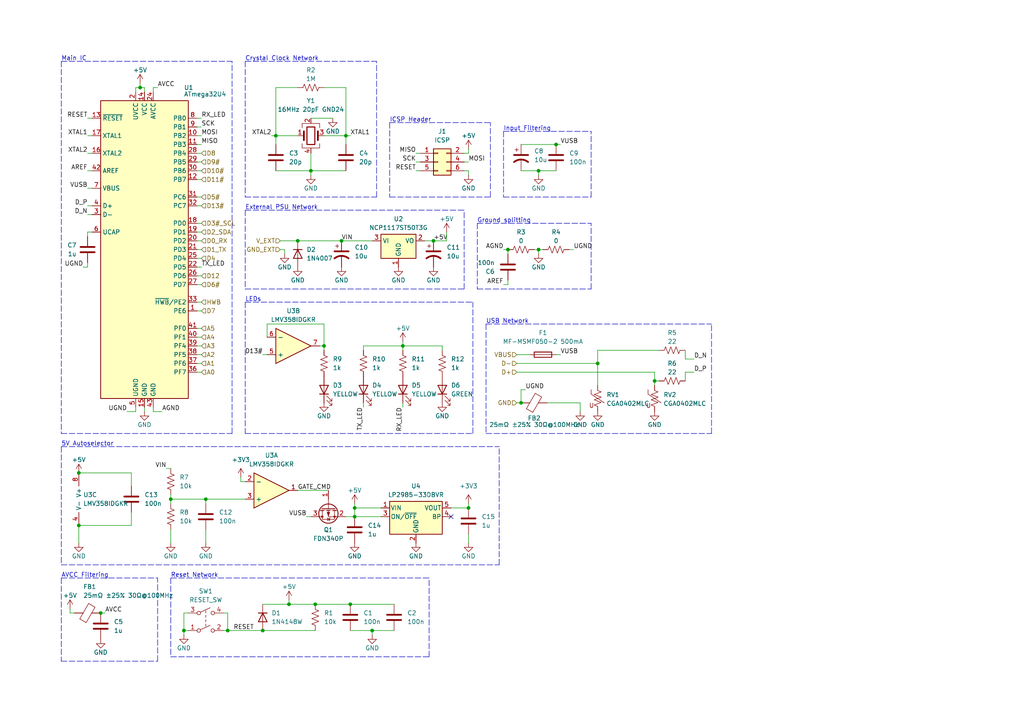
<source format=kicad_sch>
(kicad_sch (version 20230121) (generator eeschema)
  (paper "A4")
  (junction (at 102.87 147.32))
  (junction (at 151.13 116.84))
  (junction (at 22.86 152.4))
  (junction (at 189.865 110.49))
  (junction (at 86.36 69.85))
  (junction (at 59.69 144.78))
  (junction (at 80.01 39.37))
  (junction (at 99.06 69.85))
  (junction (at 66.04 182.88))
  (junction (at 156.21 49.53))
  (junction (at 83.82 175.26))
  (junction (at 107.95 182.88))
  (junction (at 102.87 149.86))
  (junction (at 22.86 137.16))
  (junction (at 135.89 147.32))
  (junction (at 161.29 41.91))
  (junction (at 40.64 25.4))
  (junction (at 147.32 72.39))
  (junction (at 90.17 49.53))
  (junction (at 29.21 177.8))
  (junction (at 116.84 100.33))
  (junction (at 101.6 175.26))
  (junction (at 53.34 182.88))
  (junction (at 93.98 100.33))
  (junction (at 91.44 175.26))
  (junction (at 49.53 144.78))
  (junction (at 125.73 69.85))
  (junction (at 100.33 39.37))
  (junction (at 173.355 105.41))
  (junction (at 76.2 182.88))
  (junction (at 156.21 72.39))
  (no_connect (at 130.81 149.86))
  (polyline (pts (xy 71.12 60.96) (xy 71.12 83.82)) (stroke (width 0) (type dash)))
  (wire (pts (xy 105.41 100.33) (xy 105.41 101.6)))
  (wire (pts (xy 130.81 147.32) (xy 135.89 147.32)))
  (wire (pts (xy 168.275 119.38) (xy 168.275 116.84)))
  (wire (pts (xy 90.17 49.53) (xy 90.17 50.8)))
  (wire (pts (xy 201.295 107.95) (xy 198.755 107.95)))
  (wire (pts (xy 120.65 49.53) (xy 121.92 49.53)))
  (polyline (pts (xy 17.78 125.73) (xy 67.31 125.73)) (stroke (width 0) (type dash)))
  (polyline (pts (xy 113.03 57.15) (xy 142.24 57.15)) (stroke (width 0) (type dash)))
  (wire (pts (xy 20.32 176.53) (xy 20.32 177.8)))
  (wire (pts (xy 49.53 144.78) (xy 49.53 146.05)))
  (wire (pts (xy 82.55 72.39) (xy 82.55 73.66)))
  (wire (pts (xy 69.85 139.7) (xy 69.85 138.43)))
  (wire (pts (xy 57.15 95.25) (xy 58.42 95.25)))
  (polyline (pts (xy 140.97 93.98) (xy 140.97 125.73)) (stroke (width 0) (type dash)))
  (wire (pts (xy 57.15 74.93) (xy 58.42 74.93)))
  (wire (pts (xy 76.2 175.26) (xy 83.82 175.26)))
  (polyline (pts (xy 71.12 57.15) (xy 109.22 57.15)) (stroke (width 0) (type dash)))
  (wire (pts (xy 156.21 72.39) (xy 157.48 72.39)))
  (wire (pts (xy 105.41 116.84) (xy 105.41 118.11)))
  (polyline (pts (xy 113.03 35.56) (xy 113.03 57.15)) (stroke (width 0) (type dash)))
  (wire (pts (xy 77.47 97.79) (xy 77.47 93.98)))
  (wire (pts (xy 100.33 39.37) (xy 101.6 39.37)))
  (wire (pts (xy 92.71 100.33) (xy 93.98 100.33)))
  (wire (pts (xy 38.1 140.97) (xy 38.1 137.16)))
  (wire (pts (xy 57.15 100.33) (xy 58.42 100.33)))
  (wire (pts (xy 91.44 175.26) (xy 101.6 175.26)))
  (wire (pts (xy 36.83 119.38) (xy 39.37 119.38)))
  (polyline (pts (xy 17.78 191.77) (xy 45.72 191.77)) (stroke (width 0) (type dash)))
  (polyline (pts (xy 138.43 64.77) (xy 171.45 64.77)) (stroke (width 0) (type dash)))
  (polyline (pts (xy 140.97 125.73) (xy 206.375 125.73)) (stroke (width 0) (type dash)))
  (wire (pts (xy 59.69 144.78) (xy 49.53 144.78)))
  (wire (pts (xy 25.4 54.61) (xy 26.67 54.61)))
  (polyline (pts (xy 17.78 163.83) (xy 144.78 163.83)) (stroke (width 0) (type dash)))
  (wire (pts (xy 57.15 39.37) (xy 58.42 39.37)))
  (wire (pts (xy 102.87 147.32) (xy 110.49 147.32)))
  (wire (pts (xy 57.15 36.83) (xy 58.42 36.83)))
  (wire (pts (xy 198.755 107.95) (xy 198.755 110.49)))
  (wire (pts (xy 25.4 67.31) (xy 25.4 68.58)))
  (wire (pts (xy 57.15 69.85) (xy 58.42 69.85)))
  (wire (pts (xy 151.13 113.03) (xy 151.13 116.84)))
  (polyline (pts (xy 71.12 60.96) (xy 134.62 60.96)) (stroke (width 0) (type dash)))
  (wire (pts (xy 189.865 107.95) (xy 189.865 110.49)))
  (wire (pts (xy 149.86 105.41) (xy 173.355 105.41)))
  (wire (pts (xy 149.86 107.95) (xy 189.865 107.95)))
  (wire (pts (xy 57.15 59.69) (xy 58.42 59.69)))
  (wire (pts (xy 57.15 67.31) (xy 58.42 67.31)))
  (wire (pts (xy 151.13 49.53) (xy 156.21 49.53)))
  (wire (pts (xy 191.135 110.49) (xy 189.865 110.49)))
  (wire (pts (xy 59.69 144.78) (xy 71.12 144.78)))
  (polyline (pts (xy 142.24 57.15) (xy 142.24 35.56)) (stroke (width 0) (type dash)))
  (wire (pts (xy 156.21 49.53) (xy 161.29 49.53)))
  (wire (pts (xy 86.36 39.37) (xy 80.01 39.37)))
  (wire (pts (xy 57.15 102.87) (xy 58.42 102.87)))
  (polyline (pts (xy 138.43 83.82) (xy 171.45 83.82)) (stroke (width 0) (type dash)))
  (wire (pts (xy 76.2 182.88) (xy 91.44 182.88)))
  (polyline (pts (xy 146.05 38.1) (xy 146.05 57.15)) (stroke (width 0) (type dash)))
  (wire (pts (xy 39.37 119.38) (xy 39.37 118.11)))
  (polyline (pts (xy 140.97 93.98) (xy 206.375 93.98)) (stroke (width 0) (type dash)))
  (polyline (pts (xy 17.78 167.64) (xy 45.72 167.64)) (stroke (width 0) (type dash)))
  (polyline (pts (xy 71.12 87.63) (xy 71.12 125.73)) (stroke (width 0) (type dash)))
  (polyline (pts (xy 109.22 57.15) (xy 109.22 17.78)) (stroke (width 0) (type dash)))
  (polyline (pts (xy 124.46 190.5) (xy 124.46 167.64)) (stroke (width 0) (type dash)))
  (wire (pts (xy 93.98 39.37) (xy 100.33 39.37)))
  (wire (pts (xy 39.37 25.4) (xy 39.37 26.67)))
  (polyline (pts (xy 17.78 129.54) (xy 17.78 163.83)) (stroke (width 0) (type dash)))
  (wire (pts (xy 90.17 44.45) (xy 90.17 49.53)))
  (wire (pts (xy 39.37 25.4) (xy 40.64 25.4)))
  (polyline (pts (xy 17.78 129.54) (xy 144.78 129.54)) (stroke (width 0) (type dash)))
  (wire (pts (xy 57.15 107.95) (xy 58.42 107.95)))
  (wire (pts (xy 80.01 25.4) (xy 80.01 39.37)))
  (wire (pts (xy 102.87 146.05) (xy 102.87 147.32)))
  (wire (pts (xy 93.98 100.33) (xy 93.98 101.6)))
  (wire (pts (xy 101.6 182.88) (xy 107.95 182.88)))
  (wire (pts (xy 146.05 82.55) (xy 147.32 82.55)))
  (wire (pts (xy 57.15 82.55) (xy 58.42 82.55)))
  (polyline (pts (xy 17.78 167.64) (xy 17.78 191.77)) (stroke (width 0) (type dash)))
  (polyline (pts (xy 146.05 57.15) (xy 171.45 57.15)) (stroke (width 0) (type dash)))
  (wire (pts (xy 161.29 41.91) (xy 162.56 41.91)))
  (wire (pts (xy 80.01 39.37) (xy 80.01 41.91)))
  (wire (pts (xy 57.15 41.91) (xy 58.42 41.91)))
  (wire (pts (xy 57.15 72.39) (xy 58.42 72.39)))
  (wire (pts (xy 38.1 137.16) (xy 22.86 137.16)))
  (wire (pts (xy 135.89 146.05) (xy 135.89 147.32)))
  (wire (pts (xy 107.95 184.15) (xy 107.95 182.88)))
  (wire (pts (xy 66.04 182.88) (xy 64.77 182.88)))
  (wire (pts (xy 57.15 105.41) (xy 58.42 105.41)))
  (wire (pts (xy 156.21 72.39) (xy 156.21 73.66)))
  (wire (pts (xy 78.74 39.37) (xy 80.01 39.37)))
  (wire (pts (xy 25.4 34.29) (xy 26.67 34.29)))
  (polyline (pts (xy 49.53 167.64) (xy 124.46 167.64)) (stroke (width 0) (type dash)))
  (wire (pts (xy 20.32 177.8) (xy 21.59 177.8)))
  (wire (pts (xy 40.64 24.13) (xy 40.64 25.4)))
  (wire (pts (xy 128.27 100.33) (xy 128.27 101.6)))
  (wire (pts (xy 151.13 41.91) (xy 161.29 41.91)))
  (wire (pts (xy 66.04 177.8) (xy 64.77 177.8)))
  (polyline (pts (xy 206.375 125.73) (xy 206.375 93.98)) (stroke (width 0) (type dash)))
  (wire (pts (xy 77.47 93.98) (xy 93.98 93.98)))
  (wire (pts (xy 57.15 49.53) (xy 58.42 49.53)))
  (wire (pts (xy 198.755 104.14) (xy 198.755 101.6)))
  (polyline (pts (xy 113.03 35.56) (xy 142.24 35.56)) (stroke (width 0) (type dash)))
  (wire (pts (xy 57.15 80.01) (xy 58.42 80.01)))
  (wire (pts (xy 165.1 72.39) (xy 166.37 72.39)))
  (wire (pts (xy 129.54 67.31) (xy 129.54 69.85)))
  (polyline (pts (xy 67.31 125.73) (xy 67.31 17.78)) (stroke (width 0) (type dash)))
  (wire (pts (xy 49.53 143.51) (xy 49.53 144.78)))
  (wire (pts (xy 93.98 93.98) (xy 93.98 100.33)))
  (wire (pts (xy 102.87 149.86) (xy 110.49 149.86)))
  (wire (pts (xy 41.91 25.4) (xy 41.91 26.67)))
  (polyline (pts (xy 144.78 163.83) (xy 144.78 129.54)) (stroke (width 0) (type dash)))
  (wire (pts (xy 49.53 157.48) (xy 49.53 153.67)))
  (wire (pts (xy 191.135 101.6) (xy 173.355 101.6)))
  (polyline (pts (xy 71.12 17.78) (xy 109.22 17.78)) (stroke (width 0) (type dash)))
  (wire (pts (xy 57.15 34.29) (xy 58.42 34.29)))
  (wire (pts (xy 80.01 49.53) (xy 90.17 49.53)))
  (wire (pts (xy 25.4 62.23) (xy 26.67 62.23)))
  (wire (pts (xy 83.82 173.99) (xy 83.82 175.26)))
  (polyline (pts (xy 71.12 17.78) (xy 71.12 57.15)) (stroke (width 0) (type dash)))
  (wire (pts (xy 90.17 49.53) (xy 100.33 49.53)))
  (polyline (pts (xy 17.78 17.78) (xy 67.31 17.78)) (stroke (width 0) (type dash)))
  (wire (pts (xy 57.15 44.45) (xy 58.42 44.45)))
  (wire (pts (xy 102.87 147.32) (xy 102.87 149.86)))
  (wire (pts (xy 86.36 25.4) (xy 80.01 25.4)))
  (wire (pts (xy 81.28 72.39) (xy 82.55 72.39)))
  (wire (pts (xy 88.9 149.86) (xy 90.17 149.86)))
  (wire (pts (xy 45.72 25.4) (xy 44.45 25.4)))
  (wire (pts (xy 66.04 177.8) (xy 66.04 182.88)))
  (wire (pts (xy 44.45 119.38) (xy 46.99 119.38)))
  (wire (pts (xy 53.34 177.8) (xy 53.34 182.88)))
  (wire (pts (xy 66.04 182.88) (xy 76.2 182.88)))
  (wire (pts (xy 168.275 116.84) (xy 158.75 116.84)))
  (wire (pts (xy 25.4 49.53) (xy 26.67 49.53)))
  (polyline (pts (xy 171.45 57.15) (xy 171.45 38.1)) (stroke (width 0) (type dash)))
  (wire (pts (xy 83.82 175.26) (xy 91.44 175.26)))
  (wire (pts (xy 134.62 49.53) (xy 135.89 49.53)))
  (wire (pts (xy 161.29 102.87) (xy 162.56 102.87)))
  (polyline (pts (xy 171.45 83.82) (xy 171.45 64.77)) (stroke (width 0) (type dash)))
  (wire (pts (xy 134.62 46.99) (xy 135.89 46.99)))
  (wire (pts (xy 135.89 154.94) (xy 135.89 157.48)))
  (polyline (pts (xy 146.05 38.1) (xy 171.45 38.1)) (stroke (width 0) (type dash)))
  (wire (pts (xy 57.15 77.47) (xy 58.42 77.47)))
  (wire (pts (xy 96.52 34.29) (xy 90.17 34.29)))
  (wire (pts (xy 116.84 116.84) (xy 116.84 118.11)))
  (wire (pts (xy 93.98 25.4) (xy 100.33 25.4)))
  (wire (pts (xy 101.6 175.26) (xy 114.3 175.26)))
  (wire (pts (xy 86.36 69.85) (xy 99.06 69.85)))
  (polyline (pts (xy 45.72 191.77) (xy 45.72 167.64)) (stroke (width 0) (type dash)))
  (wire (pts (xy 59.69 157.48) (xy 59.69 153.67)))
  (polyline (pts (xy 17.78 17.78) (xy 17.78 125.73)) (stroke (width 0) (type dash)))
  (wire (pts (xy 152.4 113.03) (xy 151.13 113.03)))
  (wire (pts (xy 147.32 72.39) (xy 146.05 72.39)))
  (polyline (pts (xy 71.12 125.73) (xy 137.16 125.73)) (stroke (width 0) (type dash)))
  (wire (pts (xy 154.94 72.39) (xy 156.21 72.39)))
  (wire (pts (xy 57.15 97.79) (xy 58.42 97.79)))
  (polyline (pts (xy 49.53 190.5) (xy 124.46 190.5)) (stroke (width 0) (type dash)))
  (wire (pts (xy 120.65 44.45) (xy 121.92 44.45)))
  (wire (pts (xy 100.33 25.4) (xy 100.33 39.37)))
  (wire (pts (xy 173.355 105.41) (xy 173.355 101.6)))
  (wire (pts (xy 105.41 100.33) (xy 116.84 100.33)))
  (wire (pts (xy 22.86 157.48) (xy 22.86 152.4)))
  (wire (pts (xy 26.67 67.31) (xy 25.4 67.31)))
  (wire (pts (xy 25.4 77.47) (xy 25.4 76.2)))
  (wire (pts (xy 151.13 116.84) (xy 149.86 116.84)))
  (wire (pts (xy 57.15 57.15) (xy 58.42 57.15)))
  (wire (pts (xy 116.84 100.33) (xy 128.27 100.33)))
  (wire (pts (xy 25.4 44.45) (xy 26.67 44.45)))
  (wire (pts (xy 38.1 152.4) (xy 22.86 152.4)))
  (wire (pts (xy 129.54 69.85) (xy 125.73 69.85)))
  (wire (pts (xy 53.34 182.88) (xy 53.34 184.15)))
  (wire (pts (xy 156.21 49.53) (xy 156.21 50.8)))
  (polyline (pts (xy 71.12 87.63) (xy 137.16 87.63)) (stroke (width 0) (type dash)))
  (wire (pts (xy 189.865 110.49) (xy 189.865 111.76)))
  (polyline (pts (xy 134.62 83.82) (xy 134.62 60.96)) (stroke (width 0) (type dash)))
  (wire (pts (xy 100.33 39.37) (xy 100.33 41.91)))
  (wire (pts (xy 57.15 87.63) (xy 58.42 87.63)))
  (wire (pts (xy 120.65 46.99) (xy 121.92 46.99)))
  (polyline (pts (xy 138.43 64.77) (xy 138.43 83.82)) (stroke (width 0) (type dash)))
  (wire (pts (xy 25.4 39.37) (xy 26.67 39.37)))
  (wire (pts (xy 201.295 104.14) (xy 198.755 104.14)))
  (wire (pts (xy 25.4 59.69) (xy 26.67 59.69)))
  (polyline (pts (xy 71.12 83.82) (xy 134.62 83.82)) (stroke (width 0) (type dash)))
  (wire (pts (xy 86.36 69.85) (xy 81.28 69.85)))
  (polyline (pts (xy 137.16 125.73) (xy 137.16 87.63)) (stroke (width 0) (type dash)))
  (wire (pts (xy 40.64 25.4) (xy 41.91 25.4)))
  (polyline (pts (xy 49.53 167.64) (xy 49.53 190.5)) (stroke (width 0) (type dash)))
  (wire (pts (xy 116.84 100.33) (xy 116.84 101.6)))
  (wire (pts (xy 59.69 144.78) (xy 59.69 146.05)))
  (wire (pts (xy 147.32 73.66) (xy 147.32 72.39)))
  (wire (pts (xy 57.15 52.07) (xy 58.42 52.07)))
  (wire (pts (xy 57.15 90.17) (xy 58.42 90.17)))
  (wire (pts (xy 54.61 182.88) (xy 53.34 182.88)))
  (wire (pts (xy 38.1 148.59) (xy 38.1 152.4)))
  (wire (pts (xy 57.15 64.77) (xy 58.42 64.77)))
  (wire (pts (xy 134.62 44.45) (xy 135.89 44.45)))
  (wire (pts (xy 44.45 25.4) (xy 44.45 26.67)))
  (wire (pts (xy 44.45 118.11) (xy 44.45 119.38)))
  (wire (pts (xy 149.86 102.87) (xy 153.67 102.87)))
  (wire (pts (xy 100.33 149.86) (xy 102.87 149.86)))
  (wire (pts (xy 107.95 182.88) (xy 114.3 182.88)))
  (wire (pts (xy 173.355 105.41) (xy 173.355 111.76)))
  (wire (pts (xy 54.61 177.8) (xy 53.34 177.8)))
  (wire (pts (xy 48.26 135.89) (xy 49.53 135.89)))
  (wire (pts (xy 135.89 49.53) (xy 135.89 50.8)))
  (wire (pts (xy 57.15 46.99) (xy 58.42 46.99)))
  (wire (pts (xy 123.19 69.85) (xy 125.73 69.85)))
  (wire (pts (xy 147.32 82.55) (xy 147.32 81.28)))
  (wire (pts (xy 41.91 118.11) (xy 41.91 119.38)))
  (wire (pts (xy 76.2 102.87) (xy 77.47 102.87)))
  (wire (pts (xy 30.48 177.8) (xy 29.21 177.8)))
  (wire (pts (xy 116.84 99.06) (xy 116.84 100.33)))
  (wire (pts (xy 69.85 139.7) (xy 71.12 139.7)))
  (wire (pts (xy 24.13 77.47) (xy 25.4 77.47)))
  (wire (pts (xy 86.36 142.24) (xy 95.25 142.24)))
  (wire (pts (xy 99.06 69.85) (xy 107.95 69.85)))
  (wire (pts (xy 135.89 44.45) (xy 135.89 43.18)))
  (text "External PSU Network" (at 71.12 60.96 0) (effects (font (size 1.27 1.27)) (justify left bottom)))
  (text "AVCC Filtering" (at 17.78 167.64 0) (effects (font (size 1.27 1.27)) (justify left bottom)))
  (text "ICSP Header" (at 113.03 35.56 0) (effects (font (size 1.27 1.27)) (justify left bottom)))
  (text "Main IC" (at 17.78 17.78 0) (effects (font (size 1.27 1.27)) (justify left bottom)))
  (text "Input Filtering" (at 146.05 38.1 0) (effects (font (size 1.27 1.27)) (justify left bottom)))
  (text "LEDs" (at 71.12 87.63 0) (effects (font (size 1.27 1.27)) (justify left bottom)))
  (text "5V Autoselector" (at 17.78 129.54 0) (effects (font (size 1.27 1.27)) (justify left bottom)))
  (text "Reset Network" (at 49.53 167.64 0) (effects (font (size 1.27 1.27)) (justify left bottom)))
  (text "Crystal Clock Network" (at 71.12 17.78 0) (effects (font (size 1.27 1.27)) (justify left bottom)))
  (text "Ground splitting" (at 138.43 64.77 0) (effects (font (size 1.27 1.27)) (justify left bottom)))
  (text "USB Network" (at 140.97 93.98 0) (effects (font (size 1.27 1.27)) (justify left bottom)))
  (label "GATE_CMD" (at 86.36 142.24 0))
  (label "RX_LED" (at 116.84 118.11 270))
  (label "UGND" (at 36.83 119.38 180))
  (label "VUSB" (at 162.56 41.91 0))
  (label "MOSI" (at 58.42 39.37 0))
  (label "XTAL1" (at 101.6 39.37 0))
  (label "D13#" (at 76.2 102.87 180))
  (label "VUSB" (at 162.56 102.87 0))
  (label "D_P" (at 201.295 107.95 0))
  (label "UGND" (at 152.4 113.03 0))
  (label "TX_LED" (at 105.41 118.11 270))
  (label "D_P" (at 25.4 59.69 180))
  (label "RX_LED" (at 58.42 34.29 0))
  (label "AVCC" (at 30.48 177.8 0))
  (label "RESET" (at 120.65 49.53 180))
  (label "AVCC" (at 45.72 25.4 0))
  (label "XTAL1" (at 25.4 39.37 180))
  (label "D_N" (at 201.295 104.14 0))
  (label "UGND" (at 166.37 72.39 0))
  (label "D_N" (at 25.4 62.23 180))
  (label "SCK" (at 120.65 46.99 180))
  (label "VIN" (at 48.26 135.89 180))
  (label "MISO" (at 120.65 44.45 180))
  (label "MISO" (at 58.42 41.91 0))
  (label "XTAL2" (at 78.74 39.37 180))
  (label "UGND" (at 24.13 77.47 180))
  (label "AGND" (at 46.99 119.38 0))
  (label "TX_LED" (at 58.42 77.47 0))
  (label "+5V" (at 125.73 69.85 0))
  (label "VUSB" (at 25.4 54.61 180))
  (label "AGND" (at 146.05 72.39 180))
  (label "VIN" (at 99.06 69.85 0))
  (label "AREF" (at 146.05 82.55 180))
  (label "MOSI" (at 135.89 46.99 0))
  (label "VUSB" (at 88.9 149.86 180))
  (label "RESET" (at 25.4 34.29 180))
  (label "SCK" (at 58.42 36.83 0))
  (label "RESET" (at 73.66 182.88 180))
  (label "XTAL2" (at 25.4 44.45 180))
  (label "AREF" (at 25.4 49.53 180))
  (hierarchical_label "D12" (shape input) (at 58.42 80.01 0))
  (hierarchical_label "A4" (shape input) (at 58.42 97.79 0))
  (hierarchical_label "VBUS" (shape input) (at 149.86 102.87 180))
  (hierarchical_label "D+" (shape input) (at 149.86 107.95 180))
  (hierarchical_label "D13#" (shape input) (at 58.42 59.69 0))
  (hierarchical_label "D8" (shape input) (at 58.42 44.45 0))
  (hierarchical_label "A2" (shape input) (at 58.42 102.87 0))
  (hierarchical_label "D10#" (shape input) (at 58.42 49.53 0))
  (hierarchical_label "D2_SDA" (shape input) (at 58.42 67.31 0))
  (hierarchical_label "D9#" (shape input) (at 58.42 46.99 0))
  (hierarchical_label "D4" (shape input) (at 58.42 74.93 0))
  (hierarchical_label "D3#_SCL" (shape input) (at 58.42 64.77 0))
  (hierarchical_label "D6#" (shape input) (at 58.42 82.55 0))
  (hierarchical_label "D7" (shape input) (at 58.42 90.17 0))
  (hierarchical_label "D-" (shape input) (at 149.86 105.41 180))
  (hierarchical_label "A0" (shape input) (at 58.42 107.95 0))
  (hierarchical_label "GND" (shape input) (at 149.86 116.84 180))
  (hierarchical_label "D1_TX" (shape input) (at 58.42 72.39 0))
  (hierarchical_label "V_EXT" (shape input) (at 81.28 69.85 180))
  (hierarchical_label "GND_EXT" (shape input) (at 81.28 72.39 180))
  (hierarchical_label "D11#" (shape input) (at 58.42 52.07 0))
  (hierarchical_label "D5#" (shape input) (at 58.42 57.15 0))
  (hierarchical_label "A5" (shape input) (at 58.42 95.25 0))
  (hierarchical_label "A3" (shape input) (at 58.42 100.33 0))
  (hierarchical_label "HWB" (shape input) (at 58.42 87.63 0))
  (hierarchical_label "D0_RX" (shape input) (at 58.42 69.85 0))
  (hierarchical_label "A1" (shape input) (at 58.42 105.41 0))
  (symbol (lib_id "Device:C") (at 29.21 181.61 0) (unit 1)
    (property "Reference" "C5" (at 33.02 180.3399 0) (effects (justify left)))
    (property "Value" "1u" (at 33.02 182.8799 0) (effects (justify left)))
    (instances (project "Schematics and PCB" (path "" (reference "C5") (unit 1)) (path "" (reference "C15") (unit 1)) (path "" (reference "C144") (unit 1)) (path "" (reference "C159") (unit 1))))
  )
  (symbol (lib_id "power:GND") (at 29.21 185.42 0) (unit 1)
    (property "Reference" "#PWR010" (effects hide))
    (property "Value" "GND" (at 29.21 189.23 0))
    (instances (project "Schematics and PCB" (path "" (reference "#PWR010") (unit 1)) (path "" (reference "#PWR043") (unit 1)) (path "" (reference "#PWR0327") (unit 1)) (path "" (reference "#PWR0362") (unit 1))))
  )
  (symbol (lib_id "Device:Opamp_Dual") (at 78.74 142.24 0) (mirror x) (unit 1)
    (property "Reference" "U3" (at 78.74 132.08 0))
    (property "Value" "LMV358IDGKR" (at 78.74 134.62 0))
    (instances (project "Schematics and PCB" (path "" (reference "U3") (unit 1)) (path "" (reference "U4") (unit 1)) (path "" (reference "U9") (unit 1)) (path "" (reference "U13") (unit 1))))
  )
  (symbol (lib_id "power:GND") (at 59.69 157.48 0) (unit 1)
    (property "Reference" "#PWR024" (effects hide))
    (property "Value" "GND" (at 59.69 161.29 0))
    (instances (project "Schematics and PCB" (path "" (reference "#PWR024") (unit 1)) (path "" (reference "#PWR035") (unit 1)) (path "" (reference "#PWR0319") (unit 1)) (path "" (reference "#PWR0354") (unit 1))))
  )
  (symbol (lib_id "Device:LED") (at 105.41 113.03 90) (unit 1)
    (property "Reference" "D4" (at 107.95 111.76 90) (effects (justify right)))
    (property "Value" "YELLOW" (at 107.95 114.3 90) (effects (justify right)))
    (instances (project "Schematics and PCB" (path "" (reference "D4") (unit 1)) (path "" (reference "D3") (unit 1)) (path "" (reference "D118") (unit 1)) (path "" (reference "D124") (unit 1))))
  )
  (symbol (lib_id "power:GND") (at 173.355 119.38 0) (unit 1)
    (property "Reference" "#PWR014" (effects hide))
    (property "Value" "GND" (at 173.355 123.19 0))
    (instances (project "Schematics and PCB" (path "" (reference "#PWR014") (unit 1)) (path "" (reference "#PWR027") (unit 1)) (path "" (reference "#PWR0311") (unit 1)) (path "" (reference "#PWR0346") (unit 1))))
  )
  (symbol (lib_id "power:GND") (at 128.27 116.84 0) (unit 1)
    (property "Reference" "#PWR036" (effects hide))
    (property "Value" "GND" (at 128.27 120.65 0))
    (instances (project "Schematics and PCB" (path "" (reference "#PWR036") (unit 1)) (path "" (reference "#PWR024") (unit 1)) (path "" (reference "#PWR0308") (unit 1)) (path "" (reference "#PWR0343") (unit 1))))
  )
  (symbol (lib_id "Connector_Generic:Conn_02x03_Odd_Even") (at 127 46.99 0) (unit 1)
    (property "Reference" "J1" (at 128.27 38.1 0))
    (property "Value" "ICSP" (at 128.27 40.64 0))
    (instances (project "Schematics and PCB" (path "" (reference "J1") (unit 1)) (path "" (reference "J3") (unit 1)) (path "" (reference "J4") (unit 1)) (path "" (reference "J5") (unit 1))))
  )
  (symbol (lib_id "power:+5V") (at 116.84 99.06 0) (unit 1)
    (property "Reference" "#PWR037" (effects hide))
    (property "Value" "+5V" (at 116.84 95.25 0))
    (instances (project "Schematics and PCB" (path "" (reference "#PWR037") (unit 1)) (path "" (reference "#PWR022") (unit 1)) (path "" (reference "#PWR0306") (unit 1)) (path "" (reference "#PWR0341") (unit 1))))
  )
  (symbol (lib_id "Device:LED") (at 128.27 113.03 90) (unit 1)
    (property "Reference" "D6" (at 130.81 111.76 90) (effects (justify right)))
    (property "Value" "GREEN" (at 130.81 114.3 90) (effects (justify right)))
    (instances (project "Schematics and PCB" (path "" (reference "D6") (unit 1)) (path "" (reference "D5") (unit 1)) (path "" (reference "D120") (unit 1)) (path "" (reference "D126") (unit 1))))
  )
  (symbol (lib_id "power:+5V") (at 20.32 176.53 0) (unit 1)
    (property "Reference" "#PWR09" (effects hide))
    (property "Value" "+5V" (at 20.32 172.72 0))
    (instances (project "Schematics and PCB" (path "" (reference "#PWR09") (unit 1)) (path "" (reference "#PWR040") (unit 1)) (path "" (reference "#PWR0324") (unit 1)) (path "" (reference "#PWR0359") (unit 1))))
  )
  (symbol (lib_id "Device:Opamp_Dual") (at 25.4 144.78 0) (unit 3)
    (property "Reference" "U3" (at 24.13 143.5099 0) (effects (justify left)))
    (property "Value" "LMV358IDGKR" (at 24.13 146.0499 0) (effects (justify left)))
    (instances (project "Schematics and PCB" (path "" (reference "U3") (unit 3)) (path "" (reference "U4") (unit 3)) (path "" (reference "U9") (unit 3)) (path "" (reference "U13") (unit 3))))
  )
  (symbol (lib_id "Device:R_US") (at 161.29 72.39 90) (unit 1)
    (property "Reference" "R4" (at 161.29 67.31 90))
    (property "Value" "0" (at 161.29 69.85 90))
    (instances (project "Schematics and PCB" (path "" (reference "R4") (unit 1)) (path "" (reference "R3") (unit 1)) (path "" (reference "R55") (unit 1)) (path "" (reference "R67") (unit 1))))
  )
  (symbol (lib_id "Device:C_Polarized_US") (at 99.06 73.66 0) (unit 1)
    (property "Reference" "C10" (at 102.87 71.7549 0) (effects (justify left)))
    (property "Value" "10u" (at 102.87 74.2949 0) (effects (justify left)))
    (instances (project "Schematics and PCB" (path "" (reference "C10") (unit 1)) (path "" (reference "C6") (unit 1)) (path "" (reference "C135") (unit 1)) (path "" (reference "C150") (unit 1))))
  )
  (symbol (lib_id "power:GND") (at 102.87 157.48 0) (unit 1)
    (property "Reference" "#PWR029" (effects hide))
    (property "Value" "GND" (at 102.87 161.29 0))
    (instances (project "Schematics and PCB" (path "" (reference "#PWR029") (unit 1)) (path "" (reference "#PWR036") (unit 1)) (path "" (reference "#PWR0320") (unit 1)) (path "" (reference "#PWR0355") (unit 1))))
  )
  (symbol (lib_id "power:+5V") (at 102.87 146.05 0) (unit 1)
    (property "Reference" "#PWR028" (effects hide))
    (property "Value" "+5V" (at 102.87 142.24 0))
    (instances (project "Schematics and PCB" (path "" (reference "#PWR028") (unit 1)) (path "" (reference "#PWR031") (unit 1)) (path "" (reference "#PWR0315") (unit 1)) (path "" (reference "#PWR0350") (unit 1))))
  )
  (symbol (lib_id "Device:D") (at 76.2 179.07 270) (unit 1)
    (property "Reference" "D1" (at 78.74 177.8 90) (effects (justify left)))
    (property "Value" "1N4148W" (at 78.74 180.34 90) (effects (justify left)))
    (property "Sim.Device" "D" (effects hide))
    (property "Sim.Pins" "1=K 2=A" (effects hide))
    (instances (project "Schematics and PCB" (path "" (reference "D1") (unit 1)) (path "" (reference "D6") (unit 1)) (path "" (reference "D121") (unit 1)) (path "" (reference "D127") (unit 1))))
  )
  (symbol (lib_id "Device:C") (at 161.29 45.72 0) (unit 1)
    (property "Reference" "C9" (at 165.1 44.45 0) (effects (justify left)))
    (property "Value" "100n" (at 165.1 46.99 0) (effects (justify left)))
    (instances (project "Schematics and PCB" (path "" (reference "C9") (unit 1)) (path "" (reference "C4") (unit 1)) (path "" (reference "C133") (unit 1)) (path "" (reference "C148") (unit 1))))
  )
  (symbol (lib_id "Device:FerriteBead") (at 154.94 116.84 90) (unit 1)
    (property "Reference" "FB2" (at 154.94 121.285 90))
    (property "Value" "25mΩ ±25% 30Ω@100MHz" (at 154.94 123.19 90))
    (instances (project "Schematics and PCB" (path "" (reference "FB2") (unit 1)) (path "" (reference "FB1") (unit 1)) (path "" (reference "FB3") (unit 1)) (path "" (reference "FB5") (unit 1))))
  )
  (symbol (lib_id "Device:Varistor_US") (at 189.865 115.57 0) (unit 1)
    (property "Reference" "RV2" (at 192.405 114.4975 0) (effects (justify left)))
    (property "Value" "CGA0402MLC" (at 192.405 117.0375 0) (effects (justify left)))
    (property "Sim.Name" "kicad_builtin_varistor" (effects hide))
    (property "Sim.Device" "SUBCKT" (effects hide))
    (property "Sim.Pins" "1=A 2=B" (effects hide))
    (property "Sim.Params" "threshold=1k" (effects hide))
    (property "Sim.Library" "${KICAD7_SYMBOL_DIR}/Simulation_SPICE.sp" (effects hide))
    (instances (project "Schematics and PCB" (path "" (reference "RV2") (unit 1)) (path "" (reference "RV2") (unit 1)) (path "" (reference "RV4") (unit 1)) (path "" (reference "RV6") (unit 1))))
  )
  (symbol (lib_id "Device:Fuse") (at 157.48 102.87 90) (unit 1)
    (property "Reference" "F1" (at 157.48 96.52 90))
    (property "Value" "MF-MSMF050-2 500mA" (at 157.48 99.06 90))
    (instances (project "Schematics and PCB" (path "" (reference "F1") (unit 1)) (path "" (reference "F1") (unit 1)) (path "" (reference "F2") (unit 1)) (path "" (reference "F3") (unit 1))))
  )
  (symbol (lib_id "power:GND") (at 107.95 184.15 0) (unit 1)
    (property "Reference" "#PWR06" (effects hide))
    (property "Value" "GND" (at 107.95 187.96 0))
    (instances (project "Schematics and PCB" (path "" (reference "#PWR06") (unit 1)) (path "" (reference "#PWR042") (unit 1)) (path "" (reference "#PWR0326") (unit 1)) (path "" (reference "#PWR0361") (unit 1))))
  )
  (symbol (lib_id "power:GND") (at 115.57 77.47 0) (unit 1)
    (property "Reference" "#PWR020" (effects hide))
    (property "Value" "GND" (at 115.57 81.28 0))
    (instances (project "Schematics and PCB" (path "" (reference "#PWR020") (unit 1)) (path "" (reference "#PWR020") (unit 1)) (path "" (reference "#PWR0304") (unit 1)) (path "" (reference "#PWR0339") (unit 1))))
  )
  (symbol (lib_id "Device:C") (at 80.01 45.72 0) (unit 1)
    (property "Reference" "C3" (at 83.82 44.45 0) (effects (justify left)))
    (property "Value" "20p" (at 83.82 46.99 0) (effects (justify left)))
    (instances (project "Schematics and PCB" (path "" (reference "C3") (unit 1)) (path "" (reference "C1") (unit 1)) (path "" (reference "C130") (unit 1)) (path "" (reference "C145") (unit 1))))
  )
  (symbol (lib_id "power:GND") (at 125.73 77.47 0) (unit 1)
    (property "Reference" "#PWR022" (effects hide))
    (property "Value" "GND" (at 125.73 81.28 0))
    (instances (project "Schematics and PCB" (path "" (reference "#PWR022") (unit 1)) (path "" (reference "#PWR021") (unit 1)) (path "" (reference "#PWR0305") (unit 1)) (path "" (reference "#PWR0340") (unit 1))))
  )
  (symbol (lib_id "Device:C") (at 100.33 45.72 0) (unit 1)
    (property "Reference" "C4" (at 104.14 44.45 0) (effects (justify left)))
    (property "Value" "20p" (at 104.14 46.99 0) (effects (justify left)))
    (instances (project "Schematics and PCB" (path "" (reference "C4") (unit 1)) (path "" (reference "C2") (unit 1)) (path "" (reference "C131") (unit 1)) (path "" (reference "C146") (unit 1))))
  )
  (symbol (lib_id "Device:Varistor_US") (at 173.355 115.57 0) (unit 1)
    (property "Reference" "RV1" (at 175.895 114.4975 0) (effects (justify left)))
    (property "Value" "CGA0402MLC" (at 175.895 117.0375 0) (effects (justify left)))
    (property "Sim.Name" "kicad_builtin_varistor" (effects hide))
    (property "Sim.Device" "SUBCKT" (effects hide))
    (property "Sim.Pins" "1=A 2=B" (effects hide))
    (property "Sim.Params" "threshold=1k" (effects hide))
    (property "Sim.Library" "${KICAD7_SYMBOL_DIR}/Simulation_SPICE.sp" (effects hide))
    (instances (project "Schematics and PCB" (path "" (reference "RV1") (unit 1)) (path "" (reference "RV1") (unit 1)) (path "" (reference "RV3") (unit 1)) (path "" (reference "RV5") (unit 1))))
  )
  (symbol (lib_id "Regulator_Linear:LP2985-3.3") (at 120.65 149.86 0) (unit 1)
    (property "Reference" "U4" (at 120.65 140.97 0))
    (property "Value" "LP2985-33DBVR" (at 120.65 143.51 0))
    (property "Footprint" "Package_TO_SOT_SMD:SOT-23-5" (effects hide))
    (property "Datasheet" "http://www.ti.com/lit/ds/symlink/lp2985.pdf" (effects hide))
    (instances (project "Schematics and PCB" (path "" (reference "U4") (unit 1)) (path "" (reference "U5") (unit 1)) (path "" (reference "U10") (unit 1)) (path "" (reference "U14") (unit 1))))
  )
  (symbol (lib_id "Device:LED") (at 93.98 113.03 90) (unit 1)
    (property "Reference" "D3" (at 96.52 111.76 90) (effects (justify right)))
    (property "Value" "YELLOW" (at 96.52 114.3 90) (effects (justify right)))
    (instances (project "Schematics and PCB" (path "" (reference "D3") (unit 1)) (path "" (reference "D2") (unit 1)) (path "" (reference "D117") (unit 1)) (path "" (reference "D123") (unit 1))))
  )
  (symbol (lib_id "power:+5V") (at 83.82 173.99 0) (unit 1)
    (property "Reference" "#PWR05" (effects hide))
    (property "Value" "+5V" (at 83.82 170.18 0))
    (instances (project "Schematics and PCB" (path "" (reference "#PWR05") (unit 1)) (path "" (reference "#PWR039") (unit 1)) (path "" (reference "#PWR0323") (unit 1)) (path "" (reference "#PWR0358") (unit 1))))
  )
  (symbol (lib_id "power:GND") (at 49.53 157.48 0) (unit 1)
    (property "Reference" "#PWR023" (effects hide))
    (property "Value" "GND" (at 49.53 161.29 0))
    (instances (project "Schematics and PCB" (path "" (reference "#PWR023") (unit 1)) (path "" (reference "#PWR034") (unit 1)) (path "" (reference "#PWR0318") (unit 1)) (path "" (reference "#PWR0353") (unit 1))))
  )
  (symbol (lib_id "Device:R_US") (at 116.84 105.41 0) (unit 1)
    (property "Reference" "R11" (at 119.38 104.1399 0) (effects (justify left)))
    (property "Value" "1k" (at 119.38 106.6799 0) (effects (justify left)))
    (instances (project "Schematics and PCB" (path "" (reference "R11") (unit 1)) (path "" (reference "R7") (unit 1)) (path "" (reference "R59") (unit 1)) (path "" (reference "R71") (unit 1))))
  )
  (symbol (lib_id "Device:R_US") (at 90.17 25.4 90) (unit 1)
    (property "Reference" "R2" (at 90.17 20.32 90))
    (property "Value" "1M" (at 90.17 22.86 90))
    (property "Footprint" "Resistor_SMD:R_0603_1608Metric" (effects hide))
    (instances (project "Schematics and PCB" (path "" (reference "R2") (unit 1)) (path "" (reference "R1") (unit 1)) (path "" (reference "R53") (unit 1)) (path "" (reference "R65") (unit 1))))
  )
  (symbol (lib_id "power:GND") (at 82.55 73.66 0) (unit 1)
    (property "Reference" "#PWR018" (effects hide))
    (property "Value" "GND" (at 82.55 77.47 0))
    (instances (project "Schematics and PCB" (path "" (reference "#PWR018") (unit 1)) (path "" (reference "#PWR016") (unit 1)) (path "" (reference "#PWR0300") (unit 1)) (path "" (reference "#PWR0335") (unit 1))))
  )
  (symbol (lib_id "power:GND") (at 41.91 119.38 0) (unit 1)
    (property "Reference" "#PWR01" (effects hide))
    (property "Value" "GND" (at 41.91 123.19 0))
    (instances (project "Schematics and PCB" (path "" (reference "#PWR01") (unit 1)) (path "" (reference "#PWR025") (unit 1)) (path "" (reference "#PWR0309") (unit 1)) (path "" (reference "#PWR0344") (unit 1))))
  )
  (symbol (lib_id "Device:LED") (at 116.84 113.03 90) (unit 1)
    (property "Reference" "D5" (at 119.38 111.76 90) (effects (justify right)))
    (property "Value" "YELLOW" (at 119.38 114.3 90) (effects (justify right)))
    (instances (project "Schematics and PCB" (path "" (reference "D5") (unit 1)) (path "" (reference "D4") (unit 1)) (path "" (reference "D119") (unit 1)) (path "" (reference "D125") (unit 1))))
  )
  (symbol (lib_id "Device:C") (at 147.32 77.47 180) (unit 1)
    (property "Reference" "C6" (at 143.51 78.74 0) (effects (justify left)))
    (property "Value" "100n" (at 143.51 76.2 0) (effects (justify left)))
    (instances (project "Schematics and PCB" (path "" (reference "C6") (unit 1)) (path "" (reference "C8") (unit 1)) (path "" (reference "C137") (unit 1)) (path "" (reference "C152") (unit 1))))
  )
  (symbol (lib_id "power:GND") (at 189.865 119.38 0) (unit 1)
    (property "Reference" "#PWR015" (effects hide))
    (property "Value" "GND" (at 189.865 123.19 0))
    (instances (project "Schematics and PCB" (path "" (reference "#PWR015") (unit 1)) (path "" (reference "#PWR028") (unit 1)) (path "" (reference "#PWR0312") (unit 1)) (path "" (reference "#PWR0347") (unit 1))))
  )
  (symbol (lib_id "power:GND") (at 99.06 77.47 0) (unit 1)
    (property "Reference" "#PWR019" (effects hide))
    (property "Value" "GND" (at 99.06 81.28 0))
    (instances (project "Schematics and PCB" (path "" (reference "#PWR019") (unit 1)) (path "" (reference "#PWR019") (unit 1)) (path "" (reference "#PWR0303") (unit 1)) (path "" (reference "#PWR0338") (unit 1))))
  )
  (symbol (lib_id "Device:Opamp_Dual") (at 85.09 100.33 0) (mirror x) (unit 2)
    (property "Reference" "U3" (at 85.09 90.17 0))
    (property "Value" "LMV358IDGKR" (at 85.09 92.71 0))
    (instances (project "Schematics and PCB" (path "" (reference "U3") (unit 2)) (path "" (reference "U4") (unit 2)) (path "" (reference "U9") (unit 2)) (path "" (reference "U13") (unit 2))))
  )
  (symbol (lib_id "Regulator_Linear:NCP1117-5.0_SOT223") (at 115.57 69.85 0) (unit 1)
    (property "Reference" "U2" (at 115.57 63.5 0))
    (property "Value" "NCP1117ST50T3G" (at 115.57 66.04 0))
    (property "Footprint" "Package_TO_SOT_SMD:SOT-223-3_TabPin2" (effects hide))
    (property "Datasheet" "http://www.onsemi.com/pub_link/Collateral/NCP1117-D.PDF" (effects hide))
    (instances (project "Schematics and PCB" (path "" (reference "U2") (unit 1)) (path "" (reference "U2") (unit 1)) (path "" (reference "U7") (unit 1)) (path "" (reference "U11") (unit 1))))
  )
  (symbol (lib_id "Device:R_US") (at 194.945 110.49 90) (unit 1)
    (property "Reference" "R6" (at 194.945 105.41 90))
    (property "Value" "22" (at 194.945 107.95 90))
    (instances (project "Schematics and PCB" (path "" (reference "R6") (unit 1)) (path "" (reference "R9") (unit 1)) (path "" (reference "R61") (unit 1)) (path "" (reference "R73") (unit 1))))
  )
  (symbol (lib_id "Transistor_FET:FDN340P") (at 95.25 147.32 90) (mirror x) (unit 1)
    (property "Reference" "Q1" (at 95.25 153.67 90))
    (property "Value" "FDN340P" (at 95.25 156.21 90))
    (property "Footprint" "Package_TO_SOT_SMD:SOT-23" (effects hide))
    (property "Datasheet" "https://www.onsemi.com/pub/Collateral/FDN340P-D.PDF" (effects hide))
    (instances (project "Schematics and PCB" (path "" (reference "Q1") (unit 1)) (path "" (reference "Q1") (unit 1)) (path "" (reference "Q2") (unit 1)) (path "" (reference "Q3") (unit 1))))
  )
  (symbol (lib_id "Device:C") (at 114.3 179.07 0) (unit 1)
    (property "Reference" "C2" (at 118.11 177.8 0) (effects (justify left)))
    (property "Value" "100n" (at 118.11 180.34 0) (effects (justify left)))
    (instances (project "Schematics and PCB" (path "" (reference "C2") (unit 1)) (path "" (reference "C14") (unit 1)) (path "" (reference "C143") (unit 1)) (path "" (reference "C158") (unit 1))))
  )
  (symbol (lib_id "Device:R_US") (at 194.945 101.6 90) (unit 1)
    (property "Reference" "R5" (at 194.945 96.52 90))
    (property "Value" "22" (at 194.945 99.06 90))
    (instances (project "Schematics and PCB" (path "" (reference "R5") (unit 1)) (path "" (reference "R4") (unit 1)) (path "" (reference "R56") (unit 1)) (path "" (reference "R68") (unit 1))))
  )
  (symbol (lib_id "Device:R_US") (at 91.44 179.07 0) (unit 1)
    (property "Reference" "R1" (at 93.98 177.8 0) (effects (justify left)))
    (property "Value" "10k" (at 93.98 180.34 0) (effects (justify left)))
    (instances (project "Schematics and PCB" (path "" (reference "R1") (unit 1)) (path "" (reference "R12") (unit 1)) (path "" (reference "R64") (unit 1)) (path "" (reference "R76") (unit 1))))
  )
  (symbol (lib_id "power:GND") (at 86.36 77.47 0) (unit 1)
    (property "Reference" "#PWR017" (effects hide))
    (property "Value" "GND" (at 86.36 81.28 0))
    (instances (project "Schematics and PCB" (path "" (reference "#PWR017") (unit 1)) (path "" (reference "#PWR018") (unit 1)) (path "" (reference "#PWR0302") (unit 1)) (path "" (reference "#PWR0337") (unit 1))))
  )
  (symbol (lib_id "power:GND") (at 156.21 73.66 0) (unit 1)
    (property "Reference" "#PWR011" (effects hide))
    (property "Value" "GND" (at 156.21 77.47 0))
    (instances (project "Schematics and PCB" (path "" (reference "#PWR011") (unit 1)) (path "" (reference "#PWR017") (unit 1)) (path "" (reference "#PWR0301") (unit 1)) (path "" (reference "#PWR0336") (unit 1))))
  )
  (symbol (lib_id "Device:FerriteBead") (at 25.4 177.8 90) (unit 1)
    (property "Reference" "FB1" (at 24.13 170.18 90) (effects (justify right)))
    (property "Value" "25mΩ ±25% 30Ω@100MHz" (at 24.13 172.72 90) (effects (justify right)))
    (instances (project "Schematics and PCB" (path "" (reference "FB1") (unit 1)) (path "" (reference "FB2") (unit 1)) (path "" (reference "FB4") (unit 1)) (path "" (reference "FB6") (unit 1))))
  )
  (symbol (lib_id "power:GND") (at 53.34 184.15 0) (unit 1)
    (property "Reference" "#PWR04" (effects hide))
    (property "Value" "GND" (at 53.34 187.96 0))
    (instances (project "Schematics and PCB" (path "" (reference "#PWR04") (unit 1)) (path "" (reference "#PWR041") (unit 1)) (path "" (reference "#PWR0325") (unit 1)) (path "" (reference "#PWR0360") (unit 1))))
  )
  (symbol (lib_id "power:+3V3") (at 135.89 146.05 0) (unit 1)
    (property "Reference" "#PWR032" (effects hide))
    (property "Value" "+3V3" (at 135.89 140.97 0))
    (instances (project "Schematics and PCB" (path "" (reference "#PWR032") (unit 1)) (path "" (reference "#PWR032") (unit 1)) (path "" (reference "#PWR0316") (unit 1)) (path "" (reference "#PWR0351") (unit 1))))
  )
  (symbol (lib_id "Device:R_US") (at 105.41 105.41 0) (unit 1)
    (property "Reference" "R10" (at 107.95 104.1399 0) (effects (justify left)))
    (property "Value" "1k" (at 107.95 106.6799 0) (effects (justify left)))
    (instances (project "Schematics and PCB" (path "" (reference "R10") (unit 1)) (path "" (reference "R6") (unit 1)) (path "" (reference "R58") (unit 1)) (path "" (reference "R70") (unit 1))))
  )
  (symbol (lib_id "Device:C_Polarized_US") (at 125.73 73.66 0) (unit 1)
    (property "Reference" "C11" (at 129.54 71.7549 0) (effects (justify left)))
    (property "Value" "10u" (at 129.54 74.2949 0) (effects (justify left)))
    (instances (project "Schematics and PCB" (path "" (reference "C11") (unit 1)) (path "" (reference "C7") (unit 1)) (path "" (reference "C136") (unit 1)) (path "" (reference "C151") (unit 1))))
  )
  (symbol (lib_id "power:+5V") (at 135.89 43.18 0) (unit 1)
    (property "Reference" "#PWR02" (effects hide))
    (property "Value" "+5V" (at 135.89 39.37 0))
    (instances (project "Schematics and PCB" (path "" (reference "#PWR02") (unit 1)) (path "" (reference "#PWR011") (unit 1)) (path "" (reference "#PWR0295") (unit 1)) (path "" (reference "#PWR0330") (unit 1))))
  )
  (symbol (lib_id "power:+3V3") (at 69.85 138.43 0) (unit 1)
    (property "Reference" "#PWR027" (effects hide))
    (property "Value" "+3V3" (at 69.85 133.35 0))
    (instances (project "Schematics and PCB" (path "" (reference "#PWR027") (unit 1)) (path "" (reference "#PWR030") (unit 1)) (path "" (reference "#PWR0314") (unit 1)) (path "" (reference "#PWR0349") (unit 1))))
  )
  (symbol (lib_id "Device:C_Polarized_US") (at 151.13 45.72 0) (unit 1)
    (property "Reference" "C8" (at 154.94 43.8149 0) (effects (justify left)))
    (property "Value" "10u" (at 154.94 46.3549 0) (effects (justify left)))
    (instances (project "Schematics and PCB" (path "" (reference "C8") (unit 1)) (path "" (reference "C3") (unit 1)) (path "" (reference "C132") (unit 1)) (path "" (reference "C147") (unit 1))))
  )
  (symbol (lib_id "power:GND") (at 22.86 157.48 0) (unit 1)
    (property "Reference" "#PWR025" (effects hide))
    (property "Value" "GND" (at 22.86 161.29 0))
    (instances (project "Schematics and PCB" (path "" (reference "#PWR025") (unit 1)) (path "" (reference "#PWR033") (unit 1)) (path "" (reference "#PWR0317") (unit 1)) (path "" (reference "#PWR0352") (unit 1))))
  )
  (symbol (lib_id "power:GND") (at 156.21 50.8 0) (unit 1)
    (property "Reference" "#PWR016" (effects hide))
    (property "Value" "GND" (at 156.21 54.61 0))
    (instances (project "Schematics and PCB" (path "" (reference "#PWR016") (unit 1)) (path "" (reference "#PWR014") (unit 1)) (path "" (reference "#PWR0298") (unit 1)) (path "" (reference "#PWR0333") (unit 1))))
  )
  (symbol (lib_id "Device:C") (at 25.4 72.39 0) (mirror y) (unit 1)
    (property "Reference" "C7" (at 22.225 71.12 0) (effects (justify left)))
    (property "Value" "1u" (at 22.225 73.66 0) (effects (justify left)))
    (instances (project "Schematics and PCB" (path "" (reference "C7") (unit 1)) (path "" (reference "C5") (unit 1)) (path "" (reference "C134") (unit 1)) (path "" (reference "C149") (unit 1))))
  )
  (symbol (lib_id "Device:R_US") (at 128.27 105.41 0) (unit 1)
    (property "Reference" "R12" (at 130.81 104.1399 0) (effects (justify left)))
    (property "Value" "1k" (at 130.81 106.6799 0) (effects (justify left)))
    (instances (project "Schematics and PCB" (path "" (reference "R12") (unit 1)) (path "" (reference "R8") (unit 1)) (path "" (reference "R60") (unit 1)) (path "" (reference "R72") (unit 1))))
  )
  (symbol (lib_id "power:GND") (at 90.17 50.8 0) (unit 1)
    (property "Reference" "#PWR07" (effects hide))
    (property "Value" "GND" (at 90.17 54.61 0))
    (instances (project "Schematics and PCB" (path "" (reference "#PWR07") (unit 1)) (path "" (reference "#PWR012") (unit 1)) (path "" (reference "#PWR0296") (unit 1)) (path "" (reference "#PWR0331") (unit 1))))
  )
  (symbol (lib_id "Device:C") (at 102.87 153.67 0) (unit 1)
    (property "Reference" "C14" (at 106.68 152.3999 0) (effects (justify left)))
    (property "Value" "1u" (at 106.68 154.9399 0) (effects (justify left)))
    (instances (project "Schematics and PCB" (path "" (reference "C14") (unit 1)) (path "" (reference "C12") (unit 1)) (path "" (reference "C141") (unit 1)) (path "" (reference "C156") (unit 1))))
  )
  (symbol (lib_id "Device:Crystal_GND24") (at 90.17 39.37 0) (unit 1)
    (property "Reference" "Y1" (at 90.17 29.21 0))
    (property "Value" "16MHz 20pF GND24" (at 90.17 31.75 0))
    (instances (project "Schematics and PCB" (path "" (reference "Y1") (unit 1)) (path "" (reference "Y1") (unit 1)) (path "" (reference "Y2") (unit 1)) (path "" (reference "Y3") (unit 1))))
  )
  (symbol (lib_id "power:GND") (at 93.98 116.84 0) (unit 1)
    (property "Reference" "#PWR033" (effects hide))
    (property "Value" "GND" (at 93.98 120.65 0))
    (instances (project "Schematics and PCB" (path "" (reference "#PWR033") (unit 1)) (path "" (reference "#PWR023") (unit 1)) (path "" (reference "#PWR0307") (unit 1)) (path "" (reference "#PWR0342") (unit 1))))
  )
  (symbol (lib_id "Switch:SW_DPST") (at 59.69 180.34 0) (unit 1)
    (property "Reference" "SW1" (at 59.69 171.45 0))
    (property "Value" "RESET_SW" (at 59.69 173.99 0))
    (instances (project "Schematics and PCB" (path "" (reference "SW1") (unit 1)) (path "" (reference "SW1") (unit 1)) (path "" (reference "SW106") (unit 1)) (path "" (reference "SW107") (unit 1))))
  )
  (symbol (lib_id "Device:C") (at 38.1 144.78 0) (unit 1)
    (property "Reference" "C13" (at 41.91 143.51 0) (effects (justify left)))
    (property "Value" "100n" (at 41.91 146.05 0) (effects (justify left)))
    (instances (project "Schematics and PCB" (path "" (reference "C13") (unit 1)) (path "" (reference "C9") (unit 1)) (path "" (reference "C138") (unit 1)) (path "" (reference "C153") (unit 1))))
  )
  (symbol (lib_id "power:GND") (at 135.89 157.48 0) (unit 1)
    (property "Reference" "#PWR031" (effects hide))
    (property "Value" "GND" (at 135.89 161.29 0))
    (instances (project "Schematics and PCB" (path "" (reference "#PWR031") (unit 1)) (path "" (reference "#PWR038") (unit 1)) (path "" (reference "#PWR0322") (unit 1)) (path "" (reference "#PWR0357") (unit 1))))
  )
  (symbol (lib_id "power:GND") (at 135.89 50.8 0) (unit 1)
    (property "Reference" "#PWR03" (effects hide))
    (property "Value" "GND" (at 135.89 54.61 0))
    (instances (project "Schematics and PCB" (path "" (reference "#PWR03") (unit 1)) (path "" (reference "#PWR013") (unit 1)) (path "" (reference "#PWR0297") (unit 1)) (path "" (reference "#PWR0332") (unit 1))))
  )
  (symbol (lib_id "Device:C") (at 135.89 151.13 0) (unit 1)
    (property "Reference" "C15" (at 139.7 149.8599 0) (effects (justify left)))
    (property "Value" "1u" (at 139.7 152.3999 0) (effects (justify left)))
    (instances (project "Schematics and PCB" (path "" (reference "C15") (unit 1)) (path "" (reference "C11") (unit 1)) (path "" (reference "C140") (unit 1)) (path "" (reference "C155") (unit 1))))
  )
  (symbol (lib_id "MCU_Microchip_ATmega:ATmega32U4RC-A") (at 41.91 72.39 0) (unit 1)
    (property "Reference" "U1" (at 53.34 25.4 0) (effects (justify left)))
    (property "Value" "ATmega32U4" (at 53.34 27.305 0) (effects (justify left)))
    (property "Footprint" "Package_QFP:TQFP-44_10x10mm_P0.8mm" (effects hide))
    (property "Datasheet" "http://ww1.microchip.com/downloads/en/DeviceDoc/Atmel-7766-8-bit-AVR-ATmega16U4-32U4_Datasheet.pdf" (effects hide))
    (instances (project "Schematics and PCB" (path "" (reference "U1") (unit 1)) (path "" (reference "U3") (unit 1)) (path "" (reference "U8") (unit 1)) (path "" (reference "U12") (unit 1))))
  )
  (symbol (lib_id "Device:R_US") (at 151.13 72.39 90) (unit 1)
    (property "Reference" "R3" (at 151.13 67.31 90))
    (property "Value" "0" (at 151.13 69.85 90))
    (instances (project "Schematics and PCB" (path "" (reference "R3") (unit 1)) (path "" (reference "R2") (unit 1)) (path "" (reference "R54") (unit 1)) (path "" (reference "R66") (unit 1))))
  )
  (symbol (lib_id "power:+5V") (at 40.64 24.13 0) (unit 1)
    (property "Reference" "#PWR012" (effects hide))
    (property "Value" "+5V" (at 40.64 20.32 0))
    (instances (project "Schematics and PCB" (path "" (reference "#PWR012") (unit 1)) (path "" (reference "#PWR09") (unit 1)) (path "" (reference "#PWR0293") (unit 1)) (path "" (reference "#PWR0328") (unit 1))))
  )
  (symbol (lib_id "Device:R_US") (at 49.53 149.86 0) (unit 1)
    (property "Reference" "R8" (at 52.07 148.59 0) (effects (justify left)))
    (property "Value" "10k" (at 52.07 151.13 0) (effects (justify left)))
    (instances (project "Schematics and PCB" (path "" (reference "R8") (unit 1)) (path "" (reference "R11") (unit 1)) (path "" (reference "R63") (unit 1)) (path "" (reference "R75") (unit 1))))
  )
  (symbol (lib_id "Device:D") (at 86.36 73.66 270) (unit 1)
    (property "Reference" "D2" (at 88.9 72.3899 90) (effects (justify left)))
    (property "Value" "1N4007" (at 88.9 74.9299 90) (effects (justify left)))
    (property "Sim.Device" "D" (effects hide))
    (property "Sim.Pins" "1=K 2=A" (effects hide))
    (instances (project "Schematics and PCB" (path "" (reference "D2") (unit 1)) (path "" (reference "D1") (unit 1)) (path "" (reference "D116") (unit 1)) (path "" (reference "D122") (unit 1))))
  )
  (symbol (lib_id "Device:C") (at 59.69 149.86 0) (unit 1)
    (property "Reference" "C12" (at 63.5 148.59 0) (effects (justify left)))
    (property "Value" "100n" (at 63.5 151.13 0) (effects (justify left)))
    (instances (project "Schematics and PCB" (path "" (reference "C12") (unit 1)) (path "" (reference "C10") (unit 1)) (path "" (reference "C139") (unit 1)) (path "" (reference "C154") (unit 1))))
  )
  (symbol (lib_id "Device:C") (at 101.6 179.07 0) (unit 1)
    (property "Reference" "C1" (at 105.41 177.8 0) (effects (justify left)))
    (property "Value" "100n" (at 105.41 180.34 0) (effects (justify left)))
    (instances (project "Schematics and PCB" (path "" (reference "C1") (unit 1)) (path "" (reference "C13") (unit 1)) (path "" (reference "C142") (unit 1)) (path "" (reference "C157") (unit 1))))
  )
  (symbol (lib_id "power:GND") (at 96.52 34.29 0) (unit 1)
    (property "Reference" "#PWR08" (effects hide))
    (property "Value" "GND" (at 96.52 38.1 0))
    (instances (project "Schematics and PCB" (path "" (reference "#PWR08") (unit 1)) (path "" (reference "#PWR010") (unit 1)) (path "" (reference "#PWR0294") (unit 1)) (path "" (reference "#PWR0329") (unit 1))))
  )
  (symbol (lib_id "Device:R_US") (at 49.53 139.7 0) (unit 1)
    (property "Reference" "R7" (at 52.07 138.43 0) (effects (justify left)))
    (property "Value" "10k" (at 52.07 140.97 0) (effects (justify left)))
    (instances (project "Schematics and PCB" (path "" (reference "R7") (unit 1)) (path "" (reference "R10") (unit 1)) (path "" (reference "R62") (unit 1)) (path "" (reference "R74") (unit 1))))
  )
  (symbol (lib_id "power:+5V") (at 129.54 67.31 0) (unit 1)
    (property "Reference" "#PWR021" (effects hide))
    (property "Value" "+5V" (at 129.54 63.5 0))
    (instances (project "Schematics and PCB" (path "" (reference "#PWR021") (unit 1)) (path "" (reference "#PWR015") (unit 1)) (path "" (reference "#PWR0299") (unit 1)) (path "" (reference "#PWR0334") (unit 1))))
  )
  (symbol (lib_id "power:GND") (at 168.275 119.38 0) (unit 1)
    (property "Reference" "#PWR013" (effects hide))
    (property "Value" "GND" (at 168.275 123.19 0))
    (instances (project "Schematics and PCB" (path "" (reference "#PWR013") (unit 1)) (path "" (reference "#PWR026") (unit 1)) (path "" (reference "#PWR0310") (unit 1)) (path "" (reference "#PWR0345") (unit 1))))
  )
  (symbol (lib_id "Device:R_US") (at 93.98 105.41 0) (unit 1)
    (property "Reference" "R9" (at 96.52 104.1399 0) (effects (justify left)))
    (property "Value" "1k" (at 96.52 106.6799 0) (effects (justify left)))
    (instances (project "Schematics and PCB" (path "" (reference "R9") (unit 1)) (path "" (reference "R5") (unit 1)) (path "" (reference "R57") (unit 1)) (path "" (reference "R69") (unit 1))))
  )
  (symbol (lib_id "power:GND") (at 120.65 157.48 0) (unit 1)
    (property "Reference" "#PWR030" (effects hide))
    (property "Value" "GND" (at 120.65 161.29 0))
    (instances (project "Schematics and PCB" (path "" (reference "#PWR030") (unit 1)) (path "" (reference "#PWR037") (unit 1)) (path "" (reference "#PWR0321") (unit 1)) (path "" (reference "#PWR0356") (unit 1))))
  )
  (symbol (lib_id "power:+5V") (at 22.86 137.16 0) (unit 1)
    (property "Reference" "#PWR026" (effects hide))
    (property "Value" "+5V" (at 22.86 133.35 0))
    (instances (project "Schematics and PCB" (path "" (reference "#PWR026") (unit 1)) (path "" (reference "#PWR029") (unit 1)) (path "" (reference "#PWR0313") (unit 1)) (path "" (reference "#PWR0348") (unit 1))))
  )
)
</source>
